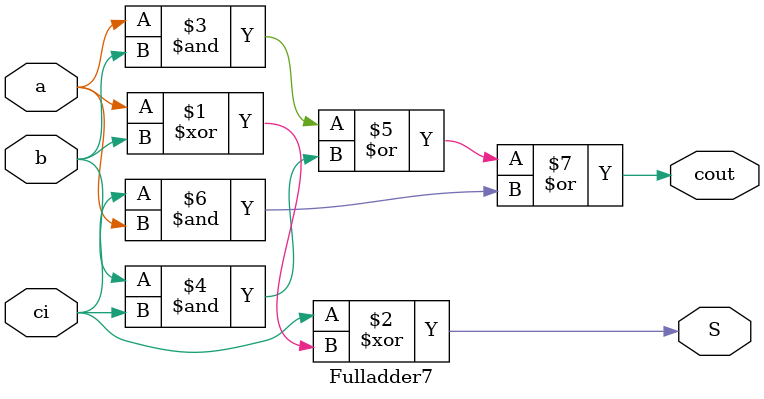
<source format=v>
`timescale 1ns / 1ps
module Fulladder7(
input ci,
input a, b, 
output S,
output cout
    );

assign S = ci ^ ( a ^ b );
assign cout = (a & b) | (b & ci) | (ci & a); 

endmodule
</source>
